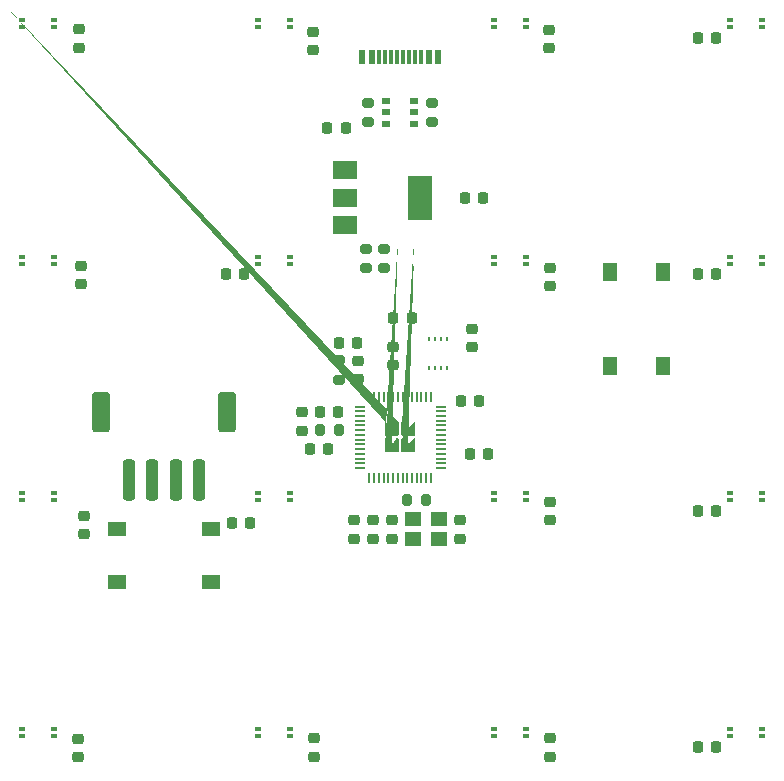
<source format=gbr>
%TF.GenerationSoftware,KiCad,Pcbnew,7.0.8-7.0.8~ubuntu22.04.1*%
%TF.CreationDate,2023-10-30T19:30:09-07:00*%
%TF.ProjectId,buttons,62757474-6f6e-4732-9e6b-696361645f70,rev?*%
%TF.SameCoordinates,Original*%
%TF.FileFunction,Paste,Bot*%
%TF.FilePolarity,Positive*%
%FSLAX46Y46*%
G04 Gerber Fmt 4.6, Leading zero omitted, Abs format (unit mm)*
G04 Created by KiCad (PCBNEW 7.0.8-7.0.8~ubuntu22.04.1) date 2023-10-30 19:30:09*
%MOMM*%
%LPD*%
G01*
G04 APERTURE LIST*
G04 Aperture macros list*
%AMRoundRect*
0 Rectangle with rounded corners*
0 $1 Rounding radius*
0 $2 $3 $4 $5 $6 $7 $8 $9 X,Y pos of 4 corners*
0 Add a 4 corners polygon primitive as box body*
4,1,4,$2,$3,$4,$5,$6,$7,$8,$9,$2,$3,0*
0 Add four circle primitives for the rounded corners*
1,1,$1+$1,$2,$3*
1,1,$1+$1,$4,$5*
1,1,$1+$1,$6,$7*
1,1,$1+$1,$8,$9*
0 Add four rect primitives between the rounded corners*
20,1,$1+$1,$2,$3,$4,$5,0*
20,1,$1+$1,$4,$5,$6,$7,0*
20,1,$1+$1,$6,$7,$8,$9,0*
20,1,$1+$1,$8,$9,$2,$3,0*%
%AMFreePoly0*
4,1,51,0.532219,0.614745,0.539696,0.609939,0.548497,0.608674,0.568109,0.591679,0.589937,0.577652,0.593629,0.569566,0.600348,0.563745,0.607658,0.538848,0.618438,0.515244,0.617172,0.506443,0.619677,0.497915,0.619677,-0.497915,0.614745,-0.532219,0.609939,-0.539696,0.608674,-0.548497,0.591679,-0.568109,0.577652,-0.589937,0.569566,-0.593629,0.563745,-0.600348,0.538848,-0.607658,
0.515244,-0.618438,0.506443,-0.617172,0.497915,-0.619677,-0.497915,-0.619677,-0.532219,-0.614745,-0.539696,-0.609939,-0.548497,-0.608674,-0.568109,-0.591679,-0.589937,-0.577652,-0.593629,-0.569566,-0.600348,-0.563745,-0.607658,-0.538848,-0.618438,-0.515244,-0.617172,-0.506443,-0.619677,-0.497915,-0.619677,0.397045,-0.616582,0.418565,-0.616895,0.422927,-0.615620,0.425261,-0.614745,0.431349,
-0.598456,0.456693,-0.584014,0.483144,-0.483144,0.584014,-0.465738,0.597042,-0.462875,0.600348,-0.460322,0.601097,-0.455399,0.604783,-0.425958,0.611187,-0.397045,0.619677,0.497915,0.619677,0.532219,0.614745,0.532219,0.614745,$1*%
%AMFreePoly1*
4,1,51,0.532219,0.614745,0.539696,0.609939,0.548497,0.608674,0.568109,0.591679,0.589937,0.577652,0.593629,0.569566,0.600348,0.563745,0.607658,0.538848,0.618438,0.515244,0.617172,0.506443,0.619677,0.497915,0.619677,-0.497915,0.614745,-0.532219,0.609939,-0.539696,0.608674,-0.548497,0.591679,-0.568109,0.577652,-0.589937,0.569566,-0.593629,0.563745,-0.600348,0.538848,-0.607658,
0.515244,-0.618438,0.506443,-0.617172,0.497915,-0.619677,-0.397045,-0.619677,-0.418564,-0.616583,-0.422927,-0.616895,-0.425261,-0.615620,-0.431349,-0.614745,-0.456693,-0.598456,-0.483144,-0.584014,-0.584014,-0.483144,-0.597044,-0.465737,-0.600348,-0.462875,-0.601097,-0.460323,-0.604783,-0.455400,-0.611187,-0.425956,-0.619677,-0.397045,-0.619677,0.497915,-0.614745,0.532219,-0.609939,0.539696,
-0.608674,0.548497,-0.591679,0.568109,-0.577652,0.589937,-0.569566,0.593629,-0.563745,0.600348,-0.538848,0.607658,-0.515244,0.618438,-0.506443,0.617172,-0.497915,0.619677,0.497915,0.619677,0.532219,0.614745,0.532219,0.614745,$1*%
%AMFreePoly2*
4,1,51,0.418565,0.616582,0.422927,0.616895,0.425261,0.615620,0.431349,0.614745,0.456693,0.598456,0.483144,0.584014,0.584014,0.483144,0.597042,0.465738,0.600348,0.462875,0.601097,0.460322,0.604783,0.455399,0.611187,0.425958,0.619677,0.397045,0.619677,-0.497915,0.614745,-0.532219,0.609939,-0.539696,0.608674,-0.548497,0.591679,-0.568109,0.577652,-0.589937,0.569566,-0.593629,
0.563745,-0.600348,0.538848,-0.607658,0.515244,-0.618438,0.506443,-0.617172,0.497915,-0.619677,-0.497915,-0.619677,-0.532219,-0.614745,-0.539696,-0.609939,-0.548497,-0.608674,-0.568109,-0.591679,-0.589937,-0.577652,-0.593629,-0.569566,-0.600348,-0.563745,-0.607658,-0.538848,-0.618438,-0.515244,-0.617172,-0.506443,-0.619677,-0.497915,-0.619677,0.497915,-0.614745,0.532219,-0.609939,0.539696,
-0.608674,0.548497,-0.591679,0.568109,-0.577652,0.589937,-0.569566,0.593629,-0.563745,0.600348,-0.538848,0.607658,-0.515244,0.618438,-0.506443,0.617172,-0.497915,0.619677,0.397045,0.619677,0.418565,0.616582,0.418565,0.616582,$1*%
%AMFreePoly3*
4,1,51,0.532219,0.614745,0.539696,0.609939,0.548497,0.608674,0.568109,0.591679,0.589937,0.577652,0.593629,0.569566,0.600348,0.563745,0.607658,0.538848,0.618438,0.515244,0.617172,0.506443,0.619677,0.497915,0.619677,-0.397045,0.616583,-0.418564,0.616895,-0.422927,0.615620,-0.425261,0.614745,-0.431349,0.598456,-0.456693,0.584014,-0.483144,0.483144,-0.584014,0.465737,-0.597044,
0.462875,-0.600348,0.460323,-0.601097,0.455400,-0.604783,0.425956,-0.611187,0.397045,-0.619677,-0.497915,-0.619677,-0.532219,-0.614745,-0.539696,-0.609939,-0.548497,-0.608674,-0.568109,-0.591679,-0.589937,-0.577652,-0.593629,-0.569566,-0.600348,-0.563745,-0.607658,-0.538848,-0.618438,-0.515244,-0.617172,-0.506443,-0.619677,-0.497915,-0.619677,0.497915,-0.614745,0.532219,-0.609939,0.539696,
-0.608674,0.548497,-0.591679,0.568109,-0.577652,0.589937,-0.569566,0.593629,-0.563745,0.600348,-0.538848,0.607658,-0.515244,0.618438,-0.506443,0.617172,-0.497915,0.619677,0.497915,0.619677,0.532219,0.614745,0.532219,0.614745,$1*%
G04 Aperture macros list end*
%ADD10RoundRect,0.100000X-0.150000X-0.100000X0.150000X-0.100000X0.150000X0.100000X-0.150000X0.100000X0*%
%ADD11FreePoly0,180.000000*%
%ADD12FreePoly1,180.000000*%
%ADD13FreePoly2,180.000000*%
%ADD14FreePoly3,180.000000*%
%ADD15RoundRect,0.050000X0.387500X0.050000X-0.387500X0.050000X-0.387500X-0.050000X0.387500X-0.050000X0*%
%ADD16RoundRect,0.050000X0.050000X0.387500X-0.050000X0.387500X-0.050000X-0.387500X0.050000X-0.387500X0*%
%ADD17R,0.700000X0.510000*%
%ADD18R,1.550000X1.300000*%
%ADD19RoundRect,0.225000X0.250000X-0.225000X0.250000X0.225000X-0.250000X0.225000X-0.250000X-0.225000X0*%
%ADD20RoundRect,0.225000X-0.225000X-0.250000X0.225000X-0.250000X0.225000X0.250000X-0.225000X0.250000X0*%
%ADD21R,0.600000X1.160000*%
%ADD22R,0.300000X1.160000*%
%ADD23RoundRect,0.225000X0.225000X0.250000X-0.225000X0.250000X-0.225000X-0.250000X0.225000X-0.250000X0*%
%ADD24RoundRect,0.200000X-0.275000X0.200000X-0.275000X-0.200000X0.275000X-0.200000X0.275000X0.200000X0*%
%ADD25RoundRect,0.225000X-0.250000X0.225000X-0.250000X-0.225000X0.250000X-0.225000X0.250000X0.225000X0*%
%ADD26RoundRect,0.200000X0.275000X-0.200000X0.275000X0.200000X-0.275000X0.200000X-0.275000X-0.200000X0*%
%ADD27R,1.300000X1.550000*%
%ADD28R,2.000000X1.500000*%
%ADD29R,2.000000X3.800000*%
%ADD30RoundRect,0.218750X-0.256250X0.218750X-0.256250X-0.218750X0.256250X-0.218750X0.256250X0.218750X0*%
%ADD31RoundRect,0.050000X0.075000X-0.100000X0.075000X0.100000X-0.075000X0.100000X-0.075000X-0.100000X0*%
%ADD32RoundRect,0.250000X-0.250000X-1.500000X0.250000X-1.500000X0.250000X1.500000X-0.250000X1.500000X0*%
%ADD33RoundRect,0.250001X-0.499999X-1.449999X0.499999X-1.449999X0.499999X1.449999X-0.499999X1.449999X0*%
%ADD34R,1.400000X1.200000*%
%ADD35RoundRect,0.200000X0.200000X0.275000X-0.200000X0.275000X-0.200000X-0.275000X0.200000X-0.275000X0*%
G04 APERTURE END LIST*
D10*
%TO.C,D3*%
X160650000Y-65300000D03*
X160650000Y-64700000D03*
X157950000Y-64700000D03*
X157950000Y-65300000D03*
%TD*%
D11*
%TO.C,U1*%
X150675000Y-100675000D03*
D12*
X150675000Y-99325000D03*
D13*
X149325000Y-100675000D03*
D14*
X149325000Y-99325000D03*
D15*
X153437500Y-97400000D03*
X153437500Y-97800000D03*
X153437500Y-98200000D03*
X153437500Y-98600000D03*
X153437500Y-99000000D03*
X153437500Y-99400000D03*
X153437500Y-99800000D03*
X153437500Y-100200000D03*
X153437500Y-100600000D03*
X153437500Y-101000000D03*
X153437500Y-101400000D03*
X153437500Y-101800000D03*
X153437500Y-102200000D03*
X153437500Y-102600000D03*
D16*
X152600000Y-103437500D03*
X152200000Y-103437500D03*
X151800000Y-103437500D03*
X151400000Y-103437500D03*
X151000000Y-103437500D03*
X150600000Y-103437500D03*
X150200000Y-103437500D03*
X149800000Y-103437500D03*
X149400000Y-103437500D03*
X149000000Y-103437500D03*
X148600000Y-103437500D03*
X148200000Y-103437500D03*
X147800000Y-103437500D03*
X147400000Y-103437500D03*
D15*
X146562500Y-102600000D03*
X146562500Y-102200000D03*
X146562500Y-101800000D03*
X146562500Y-101400000D03*
X146562500Y-101000000D03*
X146562500Y-100600000D03*
X146562500Y-100200000D03*
X146562500Y-99800000D03*
X146562500Y-99400000D03*
X146562500Y-99000000D03*
X146562500Y-98600000D03*
X146562500Y-98200000D03*
X146562500Y-97800000D03*
X146562500Y-97400000D03*
D16*
X147400000Y-96562500D03*
X147800000Y-96562500D03*
X148200000Y-96562500D03*
X148600000Y-96562500D03*
X149000000Y-96562500D03*
X149400000Y-96562500D03*
X149800000Y-96562500D03*
X150200000Y-96562500D03*
X150600000Y-96562500D03*
X151000000Y-96562500D03*
X151400000Y-96562500D03*
X151800000Y-96562500D03*
X152200000Y-96562500D03*
X152600000Y-96562500D03*
%TD*%
D17*
%TO.C,U3*%
X151160000Y-71550000D03*
X151160000Y-72500000D03*
X151160000Y-73450000D03*
X148840000Y-73450000D03*
X148840000Y-72500000D03*
X148840000Y-71550000D03*
%TD*%
D18*
%TO.C,SW17*%
X133975000Y-112250000D03*
X133975000Y-107750000D03*
X126025000Y-112250000D03*
X126025000Y-107750000D03*
%TD*%
D19*
%TO.C,C11*%
X162700000Y-107000000D03*
X162700000Y-105450000D03*
%TD*%
D20*
%TO.C,C28*%
X155925000Y-101400000D03*
X157475000Y-101400000D03*
%TD*%
D10*
%TO.C,D11*%
X160650000Y-105300000D03*
X160650000Y-104700000D03*
X157950000Y-104700000D03*
X157950000Y-105300000D03*
%TD*%
D21*
%TO.C,J2*%
X146800000Y-67785000D03*
X147600000Y-67785000D03*
D22*
X148750000Y-67785000D03*
X149750000Y-67785000D03*
X150250000Y-67785000D03*
X151250000Y-67785000D03*
D21*
X152400000Y-67785000D03*
X153200000Y-67785000D03*
X153200000Y-67785000D03*
X152400000Y-67785000D03*
D22*
X151750000Y-67785000D03*
X150750000Y-67785000D03*
X149250000Y-67785000D03*
X148250000Y-67785000D03*
D21*
X147600000Y-67785000D03*
X146800000Y-67785000D03*
%TD*%
D10*
%TO.C,D13*%
X120650000Y-125300000D03*
X120650000Y-124700000D03*
X117950000Y-124700000D03*
X117950000Y-125300000D03*
%TD*%
D23*
%TO.C,C17*%
X145375000Y-73800000D03*
X143825000Y-73800000D03*
%TD*%
D24*
%TO.C,R7*%
X147100000Y-84050000D03*
X147100000Y-85700000D03*
%TD*%
D10*
%TO.C,D2*%
X140650000Y-65300000D03*
X140650000Y-64700000D03*
X137950000Y-64700000D03*
X137950000Y-65300000D03*
%TD*%
D20*
%TO.C,C16*%
X175200000Y-126200000D03*
X176750000Y-126200000D03*
%TD*%
D19*
%TO.C,C14*%
X142700000Y-127050000D03*
X142700000Y-125500000D03*
%TD*%
D10*
%TO.C,D16*%
X180650000Y-125300000D03*
X180650000Y-124700000D03*
X177950000Y-124700000D03*
X177950000Y-125300000D03*
%TD*%
D25*
%TO.C,C21*%
X149300000Y-107025000D03*
X149300000Y-108575000D03*
%TD*%
D19*
%TO.C,C2*%
X142600000Y-67200000D03*
X142600000Y-65650000D03*
%TD*%
D20*
%TO.C,C27*%
X155125000Y-96900000D03*
X156675000Y-96900000D03*
%TD*%
D10*
%TO.C,D8*%
X180650000Y-85300000D03*
X180650000Y-84700000D03*
X177950000Y-84700000D03*
X177950000Y-85300000D03*
%TD*%
%TO.C,D6*%
X140650000Y-85300000D03*
X140650000Y-84700000D03*
X137950000Y-84700000D03*
X137950000Y-85300000D03*
%TD*%
D19*
%TO.C,C3*%
X162600000Y-67075000D03*
X162600000Y-65525000D03*
%TD*%
D10*
%TO.C,D10*%
X140650000Y-105300000D03*
X140650000Y-104700000D03*
X137950000Y-104700000D03*
X137950000Y-105300000D03*
%TD*%
D26*
%TO.C,R4*%
X144800000Y-95125000D03*
X144800000Y-93475000D03*
%TD*%
D19*
%TO.C,C20*%
X155100000Y-108575000D03*
X155100000Y-107025000D03*
%TD*%
%TO.C,C1*%
X122800000Y-67000000D03*
X122800000Y-65450000D03*
%TD*%
D10*
%TO.C,D12*%
X180650000Y-105300000D03*
X180650000Y-104700000D03*
X177950000Y-104700000D03*
X177950000Y-105300000D03*
%TD*%
D20*
%TO.C,C25*%
X144825000Y-92000000D03*
X146375000Y-92000000D03*
%TD*%
D27*
%TO.C,SW18*%
X167750000Y-93975000D03*
X172250000Y-93975000D03*
X167750000Y-86025000D03*
X172250000Y-86025000D03*
%TD*%
D19*
%TO.C,C7*%
X162700000Y-87175000D03*
X162700000Y-85625000D03*
%TD*%
%TO.C,C15*%
X162700000Y-127050000D03*
X162700000Y-125500000D03*
%TD*%
D10*
%TO.C,D1*%
X120650000Y-65300000D03*
X120650000Y-64700000D03*
X117950000Y-64700000D03*
X117950000Y-65300000D03*
%TD*%
D20*
%TO.C,C8*%
X175225000Y-86200000D03*
X176775000Y-86200000D03*
%TD*%
D10*
%TO.C,D4*%
X180650000Y-65300000D03*
X180650000Y-64700000D03*
X177950000Y-64700000D03*
X177950000Y-65300000D03*
%TD*%
D25*
%TO.C,C29*%
X147700000Y-107025000D03*
X147700000Y-108575000D03*
%TD*%
D10*
%TO.C,D5*%
X120650000Y-85300000D03*
X120650000Y-84700000D03*
X117950000Y-84700000D03*
X117950000Y-85300000D03*
%TD*%
D25*
%TO.C,C19*%
X156100000Y-90825000D03*
X156100000Y-92375000D03*
%TD*%
D23*
%TO.C,C24*%
X150975000Y-89900000D03*
X149425000Y-89900000D03*
%TD*%
D28*
%TO.C,U4*%
X145350000Y-82000000D03*
D29*
X151650000Y-79700000D03*
D28*
X145350000Y-77400000D03*
X145350000Y-79700000D03*
%TD*%
D30*
%TO.C,D17*%
X141650000Y-97862500D03*
X141650000Y-99437500D03*
%TD*%
D31*
%TO.C,U2*%
X153950000Y-94100000D03*
X153450000Y-94100000D03*
X152950000Y-94100000D03*
X152450000Y-94100000D03*
X152450000Y-91700000D03*
X152950000Y-91700000D03*
X153450000Y-91700000D03*
X153950000Y-91700000D03*
%TD*%
D10*
%TO.C,D14*%
X140650000Y-125300000D03*
X140650000Y-124700000D03*
X137950000Y-124700000D03*
X137950000Y-125300000D03*
%TD*%
D25*
%TO.C,C23*%
X146100000Y-107025000D03*
X146100000Y-108575000D03*
%TD*%
D10*
%TO.C,D15*%
X160650000Y-125300000D03*
X160650000Y-124700000D03*
X157950000Y-124700000D03*
X157950000Y-125300000D03*
%TD*%
D24*
%TO.C,R2*%
X147300000Y-71675000D03*
X147300000Y-73325000D03*
%TD*%
D19*
%TO.C,C26*%
X149400000Y-93875000D03*
X149400000Y-92325000D03*
%TD*%
D20*
%TO.C,C10*%
X135725000Y-107250000D03*
X137275000Y-107250000D03*
%TD*%
%TO.C,C6*%
X135225000Y-86200000D03*
X136775000Y-86200000D03*
%TD*%
D23*
%TO.C,C31*%
X144775000Y-97850000D03*
X143225000Y-97850000D03*
%TD*%
D19*
%TO.C,C5*%
X123000000Y-87025000D03*
X123000000Y-85475000D03*
%TD*%
D23*
%TO.C,C30*%
X143875000Y-100950000D03*
X142325000Y-100950000D03*
%TD*%
D20*
%TO.C,C12*%
X175200000Y-106200000D03*
X176750000Y-106200000D03*
%TD*%
D24*
%TO.C,R1*%
X152700000Y-71675000D03*
X152700000Y-73325000D03*
%TD*%
%TO.C,R6*%
X148650000Y-84050000D03*
X148650000Y-85700000D03*
%TD*%
D32*
%TO.C,J1*%
X127000000Y-103650000D03*
X129000000Y-103650000D03*
X131000000Y-103650000D03*
X133000000Y-103650000D03*
D33*
X124650000Y-97900000D03*
X135350000Y-97900000D03*
%TD*%
D34*
%TO.C,Y1*%
X151100000Y-106950000D03*
X153300000Y-106950000D03*
X153300000Y-108650000D03*
X151100000Y-108650000D03*
%TD*%
D19*
%TO.C,C13*%
X122700000Y-127075000D03*
X122700000Y-125525000D03*
%TD*%
D35*
%TO.C,R3*%
X152225000Y-105300000D03*
X150575000Y-105300000D03*
%TD*%
D20*
%TO.C,C4*%
X175200000Y-66200000D03*
X176750000Y-66200000D03*
%TD*%
D19*
%TO.C,C22*%
X146400000Y-95075000D03*
X146400000Y-93525000D03*
%TD*%
D20*
%TO.C,C18*%
X155500000Y-79700000D03*
X157050000Y-79700000D03*
%TD*%
D35*
%TO.C,R5*%
X144825000Y-99400000D03*
X143175000Y-99400000D03*
%TD*%
D10*
%TO.C,D9*%
X120650000Y-105300000D03*
X120650000Y-104700000D03*
X117950000Y-104700000D03*
X117950000Y-105300000D03*
%TD*%
D19*
%TO.C,C9*%
X123200000Y-108225000D03*
X123200000Y-106675000D03*
%TD*%
D10*
%TO.C,D7*%
X160650000Y-85300000D03*
X160650000Y-84700000D03*
X157950000Y-84700000D03*
X157950000Y-85300000D03*
%TD*%
M02*

</source>
